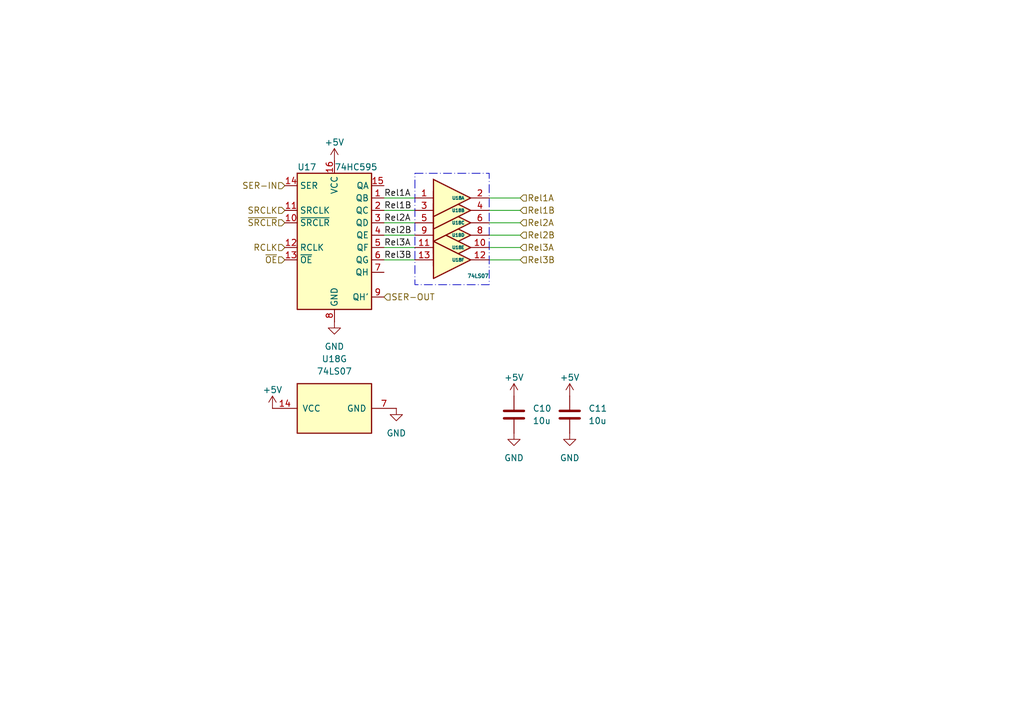
<source format=kicad_sch>
(kicad_sch (version 20231120) (generator "eeschema") (generator_version "8.0")
  (paper "A5")
  (lib_symbols
    (symbol "74xx:74HC595"
      (property "Reference" "U" (at -7.62 13.97 0))
      (property "Value" "74HC595" (at -7.62 -16.51 0))
      (symbol "74HC595_1_0"
        (pin tri_state line (at 10.16 7.62 180) (length 2.54) (name "QB") (number "1"))
        (pin input line (at -10.16 2.54 0) (length 2.54) (name "~{SRCLR}") (number "10"))
        (pin input line (at -10.16 5.08 0) (length 2.54) (name "SRCLK") (number "11"))
        (pin input line (at -10.16 -2.54 0) (length 2.54) (name "RCLK") (number "12"))
        (pin input line (at -10.16 -5.08 0) (length 2.54) (name "~{OE}") (number "13"))
        (pin input line (at -10.16 10.16 0) (length 2.54) (name "SER") (number "14"))
        (pin tri_state line (at 10.16 10.16 180) (length 2.54) (name "QA") (number "15"))
        (pin power_in line (at 0 15.24 270) (length 2.54) (name "VCC") (number "16"))
        (pin tri_state line (at 10.16 5.08 180) (length 2.54) (name "QC") (number "2"))
        (pin tri_state line (at 10.16 2.54 180) (length 2.54) (name "QD") (number "3"))
        (pin tri_state line (at 10.16 0 180) (length 2.54) (name "QE") (number "4"))
        (pin tri_state line (at 10.16 -2.54 180) (length 2.54) (name "QF") (number "5"))
        (pin tri_state line (at 10.16 -5.08 180) (length 2.54) (name "QG") (number "6"))
        (pin tri_state line (at 10.16 -7.62 180) (length 2.54) (name "QH") (number "7"))
        (pin power_in line (at 0 -17.78 90) (length 2.54) (name "GND") (number "8"))
        (pin output line (at 10.16 -12.7 180) (length 2.54) (name "QH'") (number "9"))
      )
      (symbol "74HC595_1_1"
        (rectangle (start -7.62 12.7) (end 7.62 -15.24) (stroke (width 0.254)) (fill (type background)))
      )
    )
    (symbol "74xx:74LS07" (pin_names (offset 1.016))
      (property "Reference" "U" (at 0 1.27 0))
      (property "Value" "74LS07" (at 0 -1.27 0))
      (symbol "74LS07_1_0"
        (polyline (pts (xy -3.81 3.81) (xy -3.81 -3.81) (xy 3.81 0) (xy -3.81 3.81)) (stroke (width 0.254)) (fill (type background)))
        (pin input line (at -7.62 0 0) (length 3.81) (name "~") (number "1"))
        (pin open_collector line (at 7.62 0 180) (length 3.81) (name "~") (number "2"))
      )
      (symbol "74LS07_2_0"
        (polyline (pts (xy -3.81 3.81) (xy -3.81 -3.81) (xy 3.81 0) (xy -3.81 3.81)) (stroke (width 0.254)) (fill (type background)))
        (pin input line (at -7.62 0 0) (length 3.81) (name "~") (number "3"))
        (pin open_collector line (at 7.62 0 180) (length 3.81) (name "~") (number "4"))
      )
      (symbol "74LS07_3_0"
        (polyline (pts (xy -3.81 3.81) (xy -3.81 -3.81) (xy 3.81 0) (xy -3.81 3.81)) (stroke (width 0.254)) (fill (type background)))
        (pin input line (at -7.62 0 0) (length 3.81) (name "~") (number "5"))
        (pin open_collector line (at 7.62 0 180) (length 3.81) (name "~") (number "6"))
      )
      (symbol "74LS07_4_0"
        (polyline (pts (xy -3.81 3.81) (xy -3.81 -3.81) (xy 3.81 0) (xy -3.81 3.81)) (stroke (width 0.254)) (fill (type background)))
        (pin open_collector line (at 7.62 0 180) (length 3.81) (name "~") (number "8"))
        (pin input line (at -7.62 0 0) (length 3.81) (name "~") (number "9"))
      )
      (symbol "74LS07_5_0"
        (polyline (pts (xy -3.81 3.81) (xy -3.81 -3.81) (xy 3.81 0) (xy -3.81 3.81)) (stroke (width 0.254)) (fill (type background)))
        (pin open_collector line (at 7.62 0 180) (length 3.81) (name "~") (number "10"))
        (pin input line (at -7.62 0 0) (length 3.81) (name "~") (number "11"))
      )
      (symbol "74LS07_6_0"
        (polyline (pts (xy -3.81 3.81) (xy -3.81 -3.81) (xy 3.81 0) (xy -3.81 3.81)) (stroke (width 0.254)) (fill (type background)))
        (pin open_collector line (at 7.62 0 180) (length 3.81) (name "~") (number "12"))
        (pin input line (at -7.62 0 0) (length 3.81) (name "~") (number "13"))
      )
      (symbol "74LS07_7_0"
        (pin power_in line (at 0 12.7 270) (length 5.08) (name "VCC") (number "14"))
        (pin power_in line (at 0 -12.7 90) (length 5.08) (name "GND") (number "7"))
      )
      (symbol "74LS07_7_1"
        (rectangle (start -5.08 7.62) (end 5.08 -7.62) (stroke (width 0.254)) (fill (type background)))
      )
    )
    (symbol "Device:C" (pin_numbers hide) (pin_names (offset 0.254))
      (property "Reference" "C" (at 0.635 2.54 0))
      (property "Value" "C" (at 0.635 -2.54 0))
      (symbol "C_0_1"
        (polyline (pts (xy -2.032 -0.762) (xy 2.032 -0.762)) (stroke (width 0.508)))
        (polyline (pts (xy -2.032 0.762) (xy 2.032 0.762)) (stroke (width 0.508)))
      )
      (symbol "C_1_1"
        (pin passive line (at 0 3.81 270) (length 2.794) (name "~") (number "1"))
        (pin passive line (at 0 -3.81 90) (length 2.794) (name "~") (number "2"))
      )
    )
    (symbol "power:+5V" (power) (pin_numbers hide) (pin_names (offset 0) hide)
      (property "Value" "+5V" (at 0 3.556 0))
      (symbol "+5V_0_1"
        (polyline (pts (xy -0.762 1.27) (xy 0 2.54)))
        (polyline (pts (xy 0 0) (xy 0 2.54)))
        (polyline (pts (xy 0 2.54) (xy 0.762 1.27)))
      )
      (symbol "+5V_1_1"
        (pin power_in line (at 0 0 90) (length 0) (name "~") (number "1"))
      )
    )
    (symbol "power:GND" (power) (pin_numbers hide) (pin_names (offset 0) hide)
      (property "Value" "GND" (at 0 -3.81 0))
      (symbol "GND_0_1"
        (polyline (pts (xy 0 0) (xy 0 -1.27) (xy 1.27 -1.27) (xy 0 -2.54) (xy -1.27 -1.27) (xy 0 -1.27)))
      )
      (symbol "GND_1_1"
        (pin power_in line (at 0 0 270) (length 0) (name "~") (number "1"))
      )
    )
  )
  (wire (pts (xy 106.68 48.26) (xy 100.33 48.26)))
  (wire (pts (xy 106.68 43.18) (xy 100.33 43.18)))
  (wire (pts (xy 85.09 45.72) (xy 78.74 45.72)))
  (wire (pts (xy 106.68 50.8) (xy 100.33 50.8)))
  (wire (pts (xy 78.74 40.64) (xy 85.09 40.64)))
  (wire (pts (xy 85.09 48.26) (xy 78.74 48.26)))
  (wire (pts (xy 106.68 40.64) (xy 100.33 40.64)))
  (wire (pts (xy 106.68 45.72) (xy 100.33 45.72)))
  (wire (pts (xy 85.09 53.34) (xy 78.74 53.34)))
  (wire (pts (xy 106.68 53.34) (xy 100.33 53.34)))
  (wire (pts (xy 85.09 43.18) (xy 78.74 43.18)))
  (wire (pts (xy 85.09 50.8) (xy 78.74 50.8)))
  (rectangle (start 85.09 35.56) (end 100.33 58.42) (stroke (width 0) (type dash_dot)))
  (label "Rel3A" (at 78.74 50.8 0))
  (label "Rel3B" (at 78.74 53.34 0))
  (label "Rel1B" (at 78.74 43.18 0))
  (label "Rel2B" (at 78.74 48.26 0))
  (label "Rel1A" (at 78.74 40.64 0))
  (label "Rel2A" (at 78.74 45.72 0))
  (hierarchical_label "SER-IN" (shape input) (at 58.42 38.1 180))
  (hierarchical_label "Rel3B" (shape input) (at 106.68 53.34 0))
  (hierarchical_label "Rel2B" (shape input) (at 106.68 48.26 0))
  (hierarchical_label "Rel1A" (shape input) (at 106.68 40.64 0))
  (hierarchical_label "Rel1B" (shape input) (at 106.68 43.18 0))
  (hierarchical_label "~{SRCLR}" (shape input) (at 58.42 45.72 180))
  (hierarchical_label "~{OE}" (shape input) (at 58.42 53.34 180))
  (hierarchical_label "Rel2A" (shape input) (at 106.68 45.72 0))
  (hierarchical_label "RCLK" (shape input) (at 58.42 50.8 180))
  (hierarchical_label "Rel3A" (shape input) (at 106.68 50.8 0))
  (hierarchical_label "SER-OUT" (shape input) (at 78.74 60.96 0))
  (hierarchical_label "SRCLK" (shape input) (at 58.42 43.18 180))
  (symbol (lib_id "74xx:74LS07") (at 92.71 43.18 0) (unit 2)
    (property "Reference" "U18" (at 93.98 43.18 0) (effects (font (size 0.635 0.635))))
    (property "Value" "74LS07" (effects (hide yes)))
    (property "Footprint" "Package_SO:SOIC-14_3.9x8.7mm_P1.27mm" (effects (hide yes)))
    (property "Datasheet" "www.ti.com/lit/ds/symlink/sn74ls07.pdf" (effects (hide yes)))
    (property "Description" "Hex Buffers and Drivers With Open Collector High Voltage Outputs" (effects (hide yes)))
    (instances (project "xResistorTranferBank" (path "" (reference "U18") (unit 2)) (path "" (reference "U22") (unit 2)) (path "" (reference "U24") (unit 2)) (path "" (reference "U12") (unit 2)) (path "" (reference "U26") (unit 2)) (path "" (reference "U14") (unit 2)) (path "" (reference "U16") (unit 2)) (path "" (reference "U20") (unit 2))))
  )
  (symbol (lib_id "power:GND") (at 105.41 88.9 0) (unit 1)
    (property "Reference" "#PWR052" (effects (hide yes)))
    (property "Value" "GND" (at 105.41 93.98 0))
    (property "Description" "Power symbol creates a global label with name \"GND\" , ground" (effects (hide yes)))
    (instances (project "xResistorTranferBank" (path "" (reference "#PWR052") (unit 1)) (path "" (reference "#PWR068") (unit 1)) (path "" (reference "#PWR076") (unit 1)) (path "" (reference "#PWR028") (unit 1)) (path "" (reference "#PWR084") (unit 1)) (path "" (reference "#PWR036") (unit 1)) (path "" (reference "#PWR044") (unit 1)) (path "" (reference "#PWR060") (unit 1))))
  )
  (symbol (lib_id "power:+5V") (at 105.41 81.28 0) (unit 1)
    (property "Reference" "#PWR037" (effects (hide yes)))
    (property "Value" "+5V" (at 105.41 77.47 0))
    (instances (project "xResistorTranferBank" (path "" (reference "#PWR037") (unit 1)) (path "" (reference "#PWR045") (unit 1)) (path "" (reference "#PWR051") (unit 1)) (path "" (reference "#PWR027") (unit 1)) (path "" (reference "#PWR053") (unit 1)) (path "" (reference "#PWR029") (unit 1)) (path "" (reference "#PWR035") (unit 1)) (path "" (reference "#PWR043") (unit 1))))
  )
  (symbol (lib_id "74xx:74HC595") (at 68.58 48.26 0) (unit 1)
    (property "Reference" "U17" (at 60.96 34.29 0) (effects (justify left)))
    (property "Value" "74HC595" (at 68.58 34.29 0) (effects (justify left)))
    (property "Footprint" "Package_SO:SOIC-16_3.9x9.9mm_P1.27mm" (effects (hide yes)))
    (property "Datasheet" "http://www.ti.com/lit/ds/symlink/sn74hc595.pdf" (effects (hide yes)))
    (instances (project "xResistorTranferBank" (path "" (reference "U17") (unit 1)) (path "" (reference "U21") (unit 1)) (path "" (reference "U23") (unit 1)) (path "" (reference "U11") (unit 1)) (path "" (reference "U25") (unit 1)) (path "" (reference "U13") (unit 1)) (path "" (reference "U15") (unit 1)) (path "" (reference "U19") (unit 1))))
  )
  (symbol (lib_id "74xx:74LS07") (at 92.71 40.64 0) (unit 1)
    (property "Reference" "U18" (at 93.98 40.64 0) (effects (font (size 0.635 0.635))))
    (property "Value" "74LS07" (effects (hide yes)))
    (property "Footprint" "Package_SO:SOIC-14_3.9x8.7mm_P1.27mm" (effects (hide yes)))
    (property "Datasheet" "www.ti.com/lit/ds/symlink/sn74ls07.pdf" (effects (hide yes)))
    (property "Description" "Hex Buffers and Drivers With Open Collector High Voltage Outputs" (effects (hide yes)))
    (instances (project "xResistorTranferBank" (path "" (reference "U18") (unit 1)) (path "" (reference "U22") (unit 1)) (path "" (reference "U24") (unit 1)) (path "" (reference "U12") (unit 1)) (path "" (reference "U26") (unit 1)) (path "" (reference "U14") (unit 1)) (path "" (reference "U16") (unit 1)) (path "" (reference "U20") (unit 1))))
  )
  (symbol (lib_id "74xx:74LS07") (at 92.71 53.34 0) (unit 6)
    (property "Reference" "U18" (at 93.98 53.34 0) (effects (font (size 0.635 0.635))))
    (property "Value" "74LS07" (at 98.044 56.642 0) (effects (font (size 0.762 0.762))))
    (property "Footprint" "Package_SO:SOIC-14_3.9x8.7mm_P1.27mm" (effects (hide yes)))
    (property "Datasheet" "www.ti.com/lit/ds/symlink/sn74ls07.pdf" (effects (hide yes)))
    (property "Description" "Hex Buffers and Drivers With Open Collector High Voltage Outputs" (effects (hide yes)))
    (instances (project "xResistorTranferBank" (path "" (reference "U18") (unit 6)) (path "" (reference "U22") (unit 6)) (path "" (reference "U24") (unit 6)) (path "" (reference "U12") (unit 6)) (path "" (reference "U26") (unit 6)) (path "" (reference "U14") (unit 6)) (path "" (reference "U16") (unit 6)) (path "" (reference "U20") (unit 6))))
  )
  (symbol (lib_id "74xx:74LS07") (at 68.58 83.82 90) (unit 7)
    (property "Reference" "U18" (at 68.58 73.66 90))
    (property "Value" "74LS07" (at 68.58 76.2 90))
    (property "Footprint" "Package_SO:SOIC-14_3.9x8.7mm_P1.27mm" (effects (hide yes)))
    (property "Datasheet" "www.ti.com/lit/ds/symlink/sn74ls07.pdf" (effects (hide yes)))
    (property "Description" "Hex Buffers and Drivers With Open Collector High Voltage Outputs" (effects (hide yes)))
    (instances (project "xResistorTranferBank" (path "" (reference "U18") (unit 7)) (path "" (reference "U22") (unit 7)) (path "" (reference "U24") (unit 7)) (path "" (reference "U12") (unit 7)) (path "" (reference "U26") (unit 7)) (path "" (reference "U14") (unit 7)) (path "" (reference "U16") (unit 7)) (path "" (reference "U20") (unit 7))))
  )
  (symbol (lib_id "power:+5V") (at 55.88 83.82 0) (unit 1)
    (property "Reference" "#PWR047" (effects (hide yes)))
    (property "Value" "+5V" (at 55.88 80.01 0))
    (instances (project "xResistorTranferBank" (path "" (reference "#PWR047") (unit 1)) (path "" (reference "#PWR063") (unit 1)) (path "" (reference "#PWR071") (unit 1)) (path "" (reference "#PWR023") (unit 1)) (path "" (reference "#PWR079") (unit 1)) (path "" (reference "#PWR031") (unit 1)) (path "" (reference "#PWR039") (unit 1)) (path "" (reference "#PWR055") (unit 1))))
  )
  (symbol (lib_id "power:+5V") (at 68.58 33.02 0) (unit 1)
    (property "Reference" "#PWR048" (effects (hide yes)))
    (property "Value" "+5V" (at 68.58 29.21 0))
    (instances (project "xResistorTranferBank" (path "" (reference "#PWR048") (unit 1)) (path "" (reference "#PWR064") (unit 1)) (path "" (reference "#PWR072") (unit 1)) (path "" (reference "#PWR024") (unit 1)) (path "" (reference "#PWR080") (unit 1)) (path "" (reference "#PWR032") (unit 1)) (path "" (reference "#PWR040") (unit 1)) (path "" (reference "#PWR056") (unit 1))))
  )
  (symbol (lib_id "74xx:74LS07") (at 92.71 48.26 0) (unit 4)
    (property "Reference" "U18" (at 93.98 48.26 0) (effects (font (size 0.635 0.635))))
    (property "Value" "74LS07" (effects (hide yes)))
    (property "Footprint" "Package_SO:SOIC-14_3.9x8.7mm_P1.27mm" (effects (hide yes)))
    (property "Datasheet" "www.ti.com/lit/ds/symlink/sn74ls07.pdf" (effects (hide yes)))
    (property "Description" "Hex Buffers and Drivers With Open Collector High Voltage Outputs" (effects (hide yes)))
    (instances (project "xResistorTranferBank" (path "" (reference "U18") (unit 4)) (path "" (reference "U22") (unit 4)) (path "" (reference "U24") (unit 4)) (path "" (reference "U12") (unit 4)) (path "" (reference "U26") (unit 4)) (path "" (reference "U14") (unit 4)) (path "" (reference "U16") (unit 4)) (path "" (reference "U20") (unit 4))))
  )
  (symbol (lib_id "Device:C") (at 116.84 85.09 0) (unit 1)
    (property "Reference" "C11" (at 120.65 83.8199 0) (effects (justify left)))
    (property "Value" "10u" (at 120.65 86.3599 0) (effects (justify left)))
    (property "Footprint" "Capacitor_SMD:C_0805_2012Metric" (effects (hide yes)))
    (property "Description" "Unpolarized capacitor" (effects (hide yes)))
    (instances (project "xResistorTranferBank" (path "" (reference "C11") (unit 1)) (path "" (reference "C15") (unit 1)) (path "" (reference "C17") (unit 1)) (path "" (reference "C5") (unit 1)) (path "" (reference "C19") (unit 1)) (path "" (reference "C7") (unit 1)) (path "" (reference "C9") (unit 1)) (path "" (reference "C13") (unit 1))))
  )
  (symbol (lib_id "power:GND") (at 116.84 88.9 0) (unit 1)
    (property "Reference" "#PWR054" (effects (hide yes)))
    (property "Value" "GND" (at 116.84 93.98 0))
    (property "Description" "Power symbol creates a global label with name \"GND\" , ground" (effects (hide yes)))
    (instances (project "xResistorTranferBank" (path "" (reference "#PWR054") (unit 1)) (path "" (reference "#PWR070") (unit 1)) (path "" (reference "#PWR078") (unit 1)) (path "" (reference "#PWR030") (unit 1)) (path "" (reference "#PWR086") (unit 1)) (path "" (reference "#PWR038") (unit 1)) (path "" (reference "#PWR046") (unit 1)) (path "" (reference "#PWR062") (unit 1))))
  )
  (symbol (lib_id "power:+5V") (at 116.84 81.28 0) (unit 1)
    (property "Reference" "#PWR069" (effects (hide yes)))
    (property "Value" "+5V" (at 116.84 77.47 0))
    (instances (project "xResistorTranferBank" (path "" (reference "#PWR069") (unit 1)) (path "" (reference "#PWR077") (unit 1)) (path "" (reference "#PWR083") (unit 1)) (path "" (reference "#PWR059") (unit 1)) (path "" (reference "#PWR085") (unit 1)) (path "" (reference "#PWR061") (unit 1)) (path "" (reference "#PWR067") (unit 1)) (path "" (reference "#PWR075") (unit 1))))
  )
  (symbol (lib_id "Device:C") (at 105.41 85.09 0) (unit 1)
    (property "Reference" "C10" (at 109.22 83.8199 0) (effects (justify left)))
    (property "Value" "10u" (at 109.22 86.3599 0) (effects (justify left)))
    (property "Footprint" "Capacitor_SMD:C_0805_2012Metric" (effects (hide yes)))
    (property "Description" "Unpolarized capacitor" (effects (hide yes)))
    (instances (project "xResistorTranferBank" (path "" (reference "C10") (unit 1)) (path "" (reference "C14") (unit 1)) (path "" (reference "C16") (unit 1)) (path "" (reference "C4") (unit 1)) (path "" (reference "C18") (unit 1)) (path "" (reference "C6") (unit 1)) (path "" (reference "C8") (unit 1)) (path "" (reference "C12") (unit 1))))
  )
  (symbol (lib_id "power:GND") (at 68.58 66.04 0) (unit 1)
    (property "Reference" "#PWR049" (effects (hide yes)))
    (property "Value" "GND" (at 68.58 71.12 0))
    (property "Description" "Power symbol creates a global label with name \"GND\" , ground" (effects (hide yes)))
    (instances (project "xResistorTranferBank" (path "" (reference "#PWR049") (unit 1)) (path "" (reference "#PWR065") (unit 1)) (path "" (reference "#PWR073") (unit 1)) (path "" (reference "#PWR025") (unit 1)) (path "" (reference "#PWR081") (unit 1)) (path "" (reference "#PWR033") (unit 1)) (path "" (reference "#PWR041") (unit 1)) (path "" (reference "#PWR057") (unit 1))))
  )
  (symbol (lib_id "74xx:74LS07") (at 92.71 45.72 0) (unit 3)
    (property "Reference" "U18" (at 93.98 45.72 0) (effects (font (size 0.635 0.635))))
    (property "Value" "74LS07" (effects (hide yes)))
    (property "Footprint" "Package_SO:SOIC-14_3.9x8.7mm_P1.27mm" (effects (hide yes)))
    (property "Datasheet" "www.ti.com/lit/ds/symlink/sn74ls07.pdf" (effects (hide yes)))
    (property "Description" "Hex Buffers and Drivers With Open Collector High Voltage Outputs" (effects (hide yes)))
    (instances (project "xResistorTranferBank" (path "" (reference "U18") (unit 3)) (path "" (reference "U22") (unit 3)) (path "" (reference "U24") (unit 3)) (path "" (reference "U12") (unit 3)) (path "" (reference "U26") (unit 3)) (path "" (reference "U14") (unit 3)) (path "" (reference "U16") (unit 3)) (path "" (reference "U20") (unit 3))))
  )
  (symbol (lib_id "power:GND") (at 81.28 83.82 0) (unit 1)
    (property "Reference" "#PWR050" (effects (hide yes)))
    (property "Value" "GND" (at 81.28 88.9 0))
    (property "Description" "Power symbol creates a global label with name \"GND\" , ground" (effects (hide yes)))
    (instances (project "xResistorTranferBank" (path "" (reference "#PWR050") (unit 1)) (path "" (reference "#PWR066") (unit 1)) (path "" (reference "#PWR074") (unit 1)) (path "" (reference "#PWR026") (unit 1)) (path "" (reference "#PWR082") (unit 1)) (path "" (reference "#PWR034") (unit 1)) (path "" (reference "#PWR042") (unit 1)) (path "" (reference "#PWR058") (unit 1))))
  )
  (symbol (lib_id "74xx:74LS07") (at 92.71 50.8 0) (unit 5)
    (property "Reference" "U18" (at 93.98 50.8 0) (effects (font (size 0.635 0.635))))
    (property "Value" "74LS07" (effects (hide yes)))
    (property "Footprint" "Package_SO:SOIC-14_3.9x8.7mm_P1.27mm" (effects (hide yes)))
    (property "Datasheet" "www.ti.com/lit/ds/symlink/sn74ls07.pdf" (effects (hide yes)))
    (property "Description" "Hex Buffers and Drivers With Open Collector High Voltage Outputs" (effects (hide yes)))
    (instances (project "xResistorTranferBank" (path "" (reference "U18") (unit 5)) (path "" (reference "U22") (unit 5)) (path "" (reference "U24") (unit 5)) (path "" (reference "U12") (unit 5)) (path "" (reference "U26") (unit 5)) (path "" (reference "U14") (unit 5)) (path "" (reference "U16") (unit 5)) (path "" (reference "U20") (unit 5))))
  )
)
</source>
